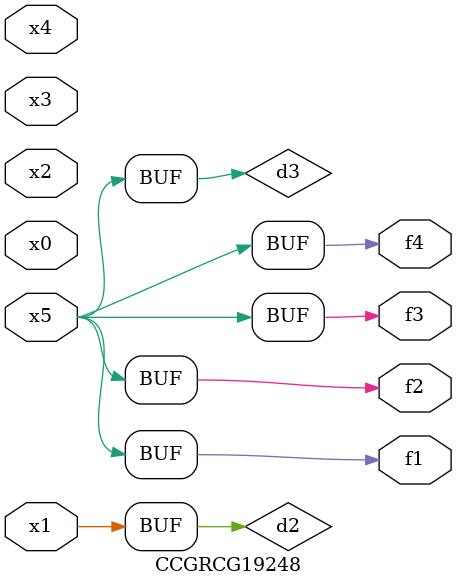
<source format=v>
module CCGRCG19248(
	input x0, x1, x2, x3, x4, x5,
	output f1, f2, f3, f4
);

	wire d1, d2, d3;

	not (d1, x5);
	or (d2, x1);
	xnor (d3, d1);
	assign f1 = d3;
	assign f2 = d3;
	assign f3 = d3;
	assign f4 = d3;
endmodule

</source>
